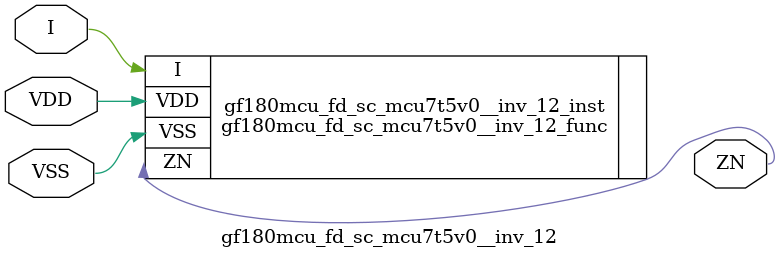
<source format=v>

module gf180mcu_fd_sc_mcu7t5v0__inv_12( I, ZN, VDD, VSS );
input I;
inout VDD, VSS;
output ZN;

   `ifdef FUNCTIONAL  //  functional //

	gf180mcu_fd_sc_mcu7t5v0__inv_12_func gf180mcu_fd_sc_mcu7t5v0__inv_12_behav_inst(.I(I),.ZN(ZN),.VDD(VDD),.VSS(VSS));

   `else

	gf180mcu_fd_sc_mcu7t5v0__inv_12_func gf180mcu_fd_sc_mcu7t5v0__inv_12_inst(.I(I),.ZN(ZN),.VDD(VDD),.VSS(VSS));

	// spec_gates_begin


	// spec_gates_end



   specify

	// specify_block_begin

	// comb arc I --> ZN
	 (I => ZN) = (1.0,1.0);

	// specify_block_end

   endspecify

   `endif

endmodule

</source>
